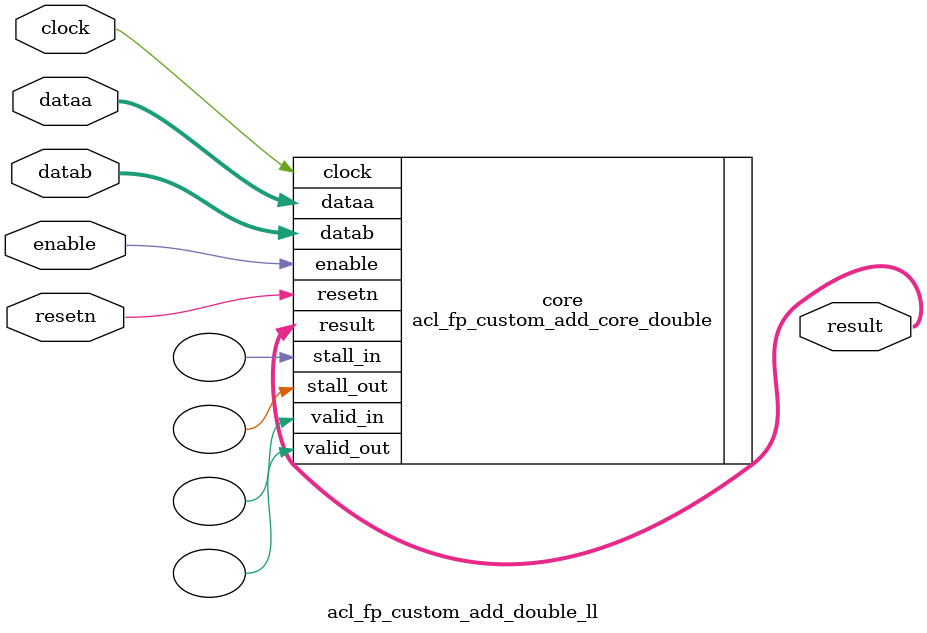
<source format=v>
    


module acl_fp_custom_add_double_ll (
	clock,
  resetn,
	dataa,
	datab,
	result,
  enable);

	input	  enable;
	input	  clock, resetn;
	input	[63:0]  dataa;
	input	[63:0]  datab;
	output [63:0]  result;
  
  // Latency 10
  acl_fp_custom_add_core_double core(
    .clock(clock),
    .resetn(resetn),
    .dataa(dataa),
    .datab(datab),
    .result(result),
    .valid_in(),
    .valid_out(),
    .stall_in(),
    .stall_out(),
    .enable(enable));
	defparam core.HIGH_CAPACITY = 0;
	defparam core.FLUSH_DENORMS = 0;
	defparam core.HIGH_LATENCY = 0;
	defparam core.ROUNDING_MODE = 0;

endmodule

</source>
